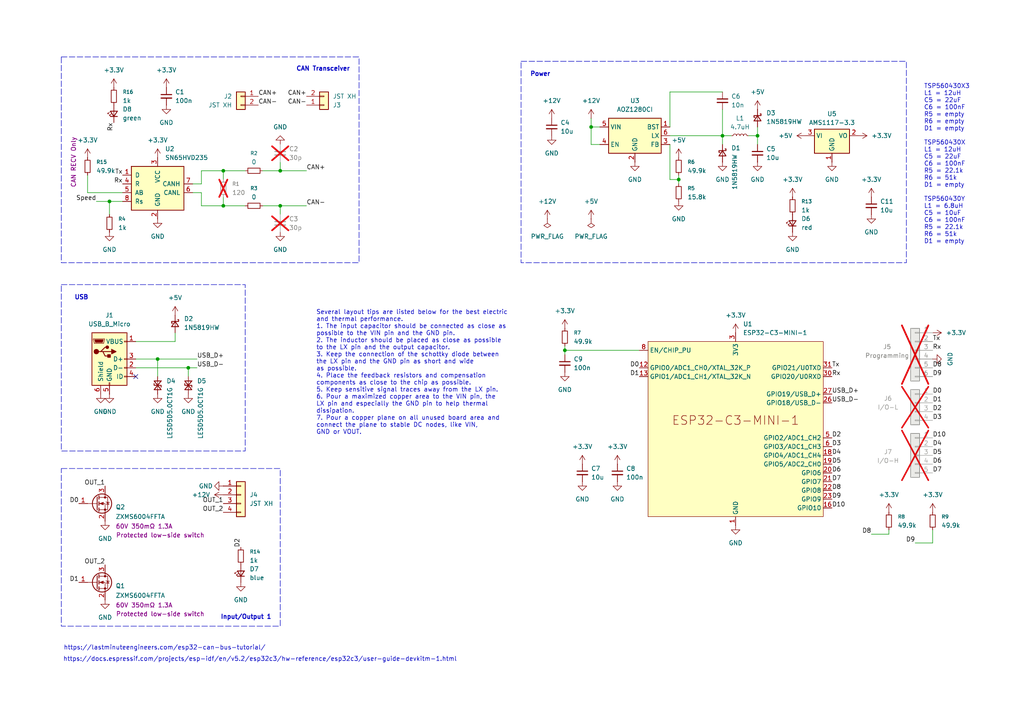
<source format=kicad_sch>
(kicad_sch (version 20250114) (generator "eeschema") (generator_version "9.0")
  (paper "A4")
  (lib_symbols
    (symbol "Connector:USB_B_Micro" (pin_names (offset 1.016))
      (property "Reference" "J" (at -5.08 11.43 0))
      (property "Value" "USB_B_Micro" (at -5.08 8.89 0))
      (symbol "USB_B_Micro_1_1"
        (pin passive line (at -2.54 -10.16 90) (length 2.54) (name "Shield") (number "6"))
        (pin power_out line (at 0 -10.16 90) (length 2.54) (name "GND") (number "5"))
        (pin power_out line (at 7.62 5.08 180) (length 2.54) (name "VBUS") (number "1"))
        (pin bidirectional line (at 7.62 0 180) (length 2.54) (name "D+") (number "3"))
        (pin bidirectional line (at 7.62 -2.54 180) (length 2.54) (name "D-") (number "2"))
        (pin passive line (at 7.62 -5.08 180) (length 2.54) (name "ID") (number "4"))
      )
    )
    (symbol "Connector_Generic:Conn_01x02" (pin_names (offset 1.016) (hide yes))
      (property "Reference" "J" (at 0 2.54 0))
      (property "Value" "Conn_01x02" (at 0 -5.08 0))
      (symbol "Conn_01x02_1_1"
        (pin passive line (at -5.08 0 0) (length 3.81) (name "Pin_1") (number "1"))
        (pin passive line (at -5.08 -2.54 0) (length 3.81) (name "Pin_2") (number "2"))
      )
    )
    (symbol "Connector_Generic:Conn_01x04" (pin_names (offset 1.016) (hide yes))
      (property "Reference" "J" (at 0 5.08 0))
      (property "Value" "Conn_01x04" (at 0 -7.62 0))
      (symbol "Conn_01x04_1_1"
        (pin passive line (at -5.08 2.54 0) (length 3.81) (name "Pin_1") (number "1"))
        (pin passive line (at -5.08 0 0) (length 3.81) (name "Pin_2") (number "2"))
        (pin passive line (at -5.08 -2.54 0) (length 3.81) (name "Pin_3") (number "3"))
        (pin passive line (at -5.08 -5.08 0) (length 3.81) (name "Pin_4") (number "4"))
      )
    )
    (symbol "Connector_Generic:Conn_01x05" (pin_names (offset 1.016) (hide yes))
      (property "Reference" "J" (at 0 7.62 0))
      (property "Value" "Conn_01x05" (at 0 -7.62 0))
      (symbol "Conn_01x05_1_1"
        (pin passive line (at -5.08 5.08 0) (length 3.81) (name "Pin_1") (number "1"))
        (pin passive line (at -5.08 2.54 0) (length 3.81) (name "Pin_2") (number "2"))
        (pin passive line (at -5.08 0 0) (length 3.81) (name "Pin_3") (number "3"))
        (pin passive line (at -5.08 -2.54 0) (length 3.81) (name "Pin_4") (number "4"))
        (pin passive line (at -5.08 -5.08 0) (length 3.81) (name "Pin_5") (number "5"))
      )
    )
    (symbol "Connector_Generic:Conn_01x06" (pin_names (offset 1.016) (hide yes))
      (property "Reference" "J" (at 0 7.62 0))
      (property "Value" "Conn_01x06" (at 0 -10.16 0))
      (symbol "Conn_01x06_1_1"
        (pin passive line (at -5.08 5.08 0) (length 3.81) (name "Pin_1") (number "1"))
        (pin passive line (at -5.08 2.54 0) (length 3.81) (name "Pin_2") (number "2"))
        (pin passive line (at -5.08 0 0) (length 3.81) (name "Pin_3") (number "3"))
        (pin passive line (at -5.08 -2.54 0) (length 3.81) (name "Pin_4") (number "4"))
        (pin passive line (at -5.08 -5.08 0) (length 3.81) (name "Pin_5") (number "5"))
        (pin passive line (at -5.08 -7.62 0) (length 3.81) (name "Pin_6") (number "6"))
      )
    )
    (symbol "Device:C_Small" (pin_numbers (hide yes)) (pin_names (offset 0.254) (hide yes))
      (property "Reference" "C" (at 0.254 1.778 0))
      (property "Value" "C_Small" (at 0.254 -2.032 0))
      (symbol "C_Small_1_1"
        (pin passive line (at 0 2.54 270) (length 2.032) (name "~") (number "1"))
        (pin passive line (at 0 -2.54 90) (length 2.032) (name "~") (number "2"))
      )
    )
    (symbol "Device:D_Schottky_Small" (pin_numbers (hide yes)) (pin_names (offset 0.254) (hide yes))
      (property "Reference" "D" (at -1.27 2.032 0))
      (property "Value" "D_Schottky_Small" (at -7.112 -2.032 0))
      (symbol "D_Schottky_Small_1_1"
        (pin passive line (at -2.54 0 0) (length 1.778) (name "K") (number "1"))
        (pin passive line (at 2.54 0 180) (length 1.778) (name "A") (number "2"))
      )
    )
    (symbol "Device:D_TVS_Small" (pin_numbers (hide yes)) (pin_names (offset 1.016) (hide yes))
      (property "Reference" "D" (at 0 2.54 0))
      (property "Value" "D_TVS_Small" (at 0 -2.54 0))
      (symbol "D_TVS_Small_1_1"
        (pin passive line (at -2.54 0 0) (length 1.27) (name "A1") (number "1"))
        (pin passive line (at 2.54 0 180) (length 1.27) (name "A2") (number "2"))
      )
    )
    (symbol "Device:LED_Small" (pin_numbers (hide yes)) (pin_names (offset 0.254) (hide yes))
      (property "Reference" "D" (at -1.27 3.175 0))
      (property "Value" "LED_Small" (at -4.445 -2.54 0))
      (symbol "LED_Small_1_1"
        (pin passive line (at -2.54 0 0) (length 1.778) (name "K") (number "1"))
        (pin passive line (at 2.54 0 180) (length 1.778) (name "A") (number "2"))
      )
    )
    (symbol "Device:L_Small" (pin_numbers (hide yes)) (pin_names (offset 0.254) (hide yes))
      (property "Reference" "L" (at 0.762 1.016 0))
      (property "Value" "L_Small" (at 0.762 -1.016 0))
      (symbol "L_Small_1_1"
        (pin passive line (at 0 2.54 270) (length 0.508) (name "~") (number "1"))
        (pin passive line (at 0 -2.54 90) (length 0.508) (name "~") (number "2"))
      )
    )
    (symbol "Device:R_Small" (pin_numbers (hide yes)) (pin_names (offset 0.254) (hide yes))
      (property "Reference" "R" (at 0 0 90))
      (property "Value" "R_Small" (at 1.778 0 90))
      (symbol "R_Small_1_1"
        (pin passive line (at 0 2.54 270) (length 0.762) (name "~") (number "1"))
        (pin passive line (at 0 -2.54 90) (length 0.762) (name "~") (number "2"))
      )
    )
    (symbol "Interface_CAN_LIN:SN65HVD235" (pin_names (offset 1.016))
      (property "Reference" "U" (at -2.54 10.16 0))
      (property "Value" "SN65HVD235" (at -2.54 7.62 0))
      (symbol "SN65HVD235_1_1"
        (pin input line (at -10.16 2.54 0) (length 2.54) (name "D") (number "1"))
        (pin output line (at -10.16 0 0) (length 2.54) (name "R") (number "4"))
        (pin input line (at -10.16 -2.54 0) (length 2.54) (name "AB") (number "5"))
        (pin input line (at -10.16 -5.08 0) (length 2.54) (name "Rs") (number "8"))
        (pin power_in line (at 0 7.62 270) (length 2.54) (name "VCC") (number "3"))
        (pin power_in line (at 0 -10.16 90) (length 2.54) (name "GND") (number "2"))
        (pin bidirectional line (at 10.16 0 180) (length 2.54) (name "CANH") (number "7"))
        (pin bidirectional line (at 10.16 -2.54 180) (length 2.54) (name "CANL") (number "6"))
      )
    )
    (symbol "PCM_Espressif:ESP32-C3-MINI-1"
      (property "Reference" "U" (at -25.4 30.48 0))
      (property "Value" "ESP32-C3-MINI-1" (at -25.4 27.94 0))
      (symbol "ESP32-C3-MINI-1_0_0"
        (text "ESP32-C3-MINI-1" (at 0 2.54 0) (effects (font (size 2.54 2.54))))
      )
      (symbol "ESP32-C3-MINI-1_1_1"
        (pin input line (at -27.94 22.86 0) (length 2.54) (name "EN/CHIP_PU") (number "8"))
        (pin bidirectional line (at -27.94 17.78 0) (length 2.54) (name "GPIO0/ADC1_CH0/XTAL_32K_P") (number "12"))
        (pin bidirectional line (at -27.94 15.24 0) (length 2.54) (name "GPIO1/ADC1_CH1/XTAL_32K_N") (number "13"))
        (pin no_connect line (at -25.4 10.16 0) (length 2.54) (hide yes) (name "NC") (number "4"))
        (pin no_connect line (at -25.4 7.62 0) (length 2.54) (hide yes) (name "NC") (number "7"))
        (pin no_connect line (at -25.4 5.08 0) (length 2.54) (hide yes) (name "NC") (number "9"))
        (pin no_connect line (at -25.4 2.54 0) (length 2.54) (hide yes) (name "NC") (number "10"))
        (pin no_connect line (at -25.4 0 0) (length 2.54) (hide yes) (name "NC") (number "15"))
        (pin no_connect line (at -25.4 -2.54 0) (length 2.54) (hide yes) (name "NC") (number "17"))
        (pin no_connect line (at -25.4 -5.08 0) (length 2.54) (hide yes) (name "NC") (number "24"))
        (pin no_connect line (at -25.4 -7.62 0) (length 2.54) (hide yes) (name "NC") (number "25"))
        (pin no_connect line (at -25.4 -10.16 0) (length 2.54) (hide yes) (name "NC") (number "28"))
        (pin no_connect line (at -25.4 -12.7 0) (length 2.54) (hide yes) (name "NC") (number "29"))
        (pin no_connect line (at -25.4 -15.24 0) (length 2.54) (hide yes) (name "NC") (number "32"))
        (pin no_connect line (at -25.4 -17.78 0) (length 2.54) (hide yes) (name "NC") (number "33"))
        (pin no_connect line (at -25.4 -20.32 0) (length 2.54) (hide yes) (name "NC") (number "34"))
        (pin no_connect line (at -25.4 -22.86 0) (length 2.54) (hide yes) (name "NC") (number "35"))
        (pin power_in line (at 0 27.94 270) (length 2.54) (name "3V3") (number "3"))
        (pin power_in line (at 0 -27.94 90) (length 2.54) (name "GND") (number "1"))
        (pin passive line (at 0 -27.94 90) (length 2.54) (hide yes) (name "GND") (number "11"))
        (pin passive line (at 0 -27.94 90) (length 2.54) (hide yes) (name "GND") (number "14"))
        (pin passive line (at 0 -27.94 90) (length 2.54) (hide yes) (name "GND") (number "2"))
        (pin passive line (at 0 -27.94 90) (length 2.54) (hide yes) (name "GND") (number "36"))
        (pin passive line (at 0 -27.94 90) (length 2.54) (hide yes) (name "GND") (number "37"))
        (pin passive line (at 0 -27.94 90) (length 2.54) (hide yes) (name "GND") (number "38"))
        (pin passive line (at 0 -27.94 90) (length 2.54) (hide yes) (name "GND") (number "39"))
        (pin passive line (at 0 -27.94 90) (length 2.54) (hide yes) (name "GND") (number "40"))
        (pin passive line (at 0 -27.94 90) (length 2.54) (hide yes) (name "GND") (number "41"))
        (pin passive line (at 0 -27.94 90) (length 2.54) (hide yes) (name "GND") (number "42"))
        (pin passive line (at 0 -27.94 90) (length 2.54) (hide yes) (name "GND") (number "43"))
        (pin passive line (at 0 -27.94 90) (length 2.54) (hide yes) (name "GND") (number "44"))
        (pin passive line (at 0 -27.94 90) (length 2.54) (hide yes) (name "GND") (number "45"))
        (pin passive line (at 0 -27.94 90) (length 2.54) (hide yes) (name "GND") (number "46"))
        (pin passive line (at 0 -27.94 90) (length 2.54) (hide yes) (name "GND") (number "47"))
        (pin passive line (at 0 -27.94 90) (length 2.54) (hide yes) (name "GND") (number "48"))
        (pin passive line (at 0 -27.94 90) (length 2.54) (hide yes) (name "GND") (number "49"))
        (pin passive line (at 0 -27.94 90) (length 2.54) (hide yes) (name "GND") (number "50"))
        (pin passive line (at 0 -27.94 90) (length 2.54) (hide yes) (name "GND") (number "51"))
        (pin passive line (at 0 -27.94 90) (length 2.54) (hide yes) (name "GND") (number "52"))
        (pin passive line (at 0 -27.94 90) (length 2.54) (hide yes) (name "GND") (number "53"))
        (pin bidirectional line (at 27.94 17.78 180) (length 2.54) (name "GPIO21/U0TXD") (number "31"))
        (pin bidirectional line (at 27.94 15.24 180) (length 2.54) (name "GPIO20/U0RXD") (number "30"))
        (pin bidirectional line (at 27.94 10.16 180) (length 2.54) (name "GPIO19/USB_D+") (number "27"))
        (pin bidirectional line (at 27.94 7.62 180) (length 2.54) (name "GPIO18/USB_D-") (number "26"))
        (pin bidirectional line (at 27.94 -2.54 180) (length 2.54) (name "GPIO2/ADC1_CH2") (number "5"))
        (pin bidirectional line (at 27.94 -5.08 180) (length 2.54) (name "GPIO3/ADC1_CH3") (number "6"))
        (pin bidirectional line (at 27.94 -7.62 180) (length 2.54) (name "GPIO4/ADC1_CH4") (number "18"))
        (pin bidirectional line (at 27.94 -10.16 180) (length 2.54) (name "GPIO5/ADC2_CH0") (number "19"))
        (pin bidirectional line (at 27.94 -12.7 180) (length 2.54) (name "GPIO6") (number "20"))
        (pin bidirectional line (at 27.94 -15.24 180) (length 2.54) (name "GPIO7") (number "21"))
        (pin bidirectional line (at 27.94 -17.78 180) (length 2.54) (name "GPIO8") (number "22"))
        (pin bidirectional line (at 27.94 -20.32 180) (length 2.54) (name "GPIO9") (number "23"))
        (pin bidirectional line (at 27.94 -22.86 180) (length 2.54) (name "GPIO10") (number "16"))
      )
    )
    (symbol "Regulator_Linear:AMS1117-3.3"
      (property "Reference" "U" (at -3.81 3.175 0))
      (property "Value" "AMS1117-3.3" (at 0 3.175 0))
      (symbol "AMS1117-3.3_1_1"
        (pin power_in line (at -7.62 0 0) (length 2.54) (name "VI") (number "3"))
        (pin power_in line (at 0 -7.62 90) (length 2.54) (name "GND") (number "1"))
        (pin power_out line (at 7.62 0 180) (length 2.54) (name "VO") (number "2"))
      )
    )
    (symbol "Regulator_Switching:AOZ1280CI"
      (property "Reference" "U" (at -6.35 -6.35 0))
      (property "Value" "AOZ1280CI" (at -2.54 6.35 0))
      (symbol "AOZ1280CI_1_1"
        (pin power_in line (at -10.16 2.54 0) (length 2.54) (name "VIN") (number "5"))
        (pin input line (at -10.16 -2.54 0) (length 2.54) (name "EN") (number "4"))
        (pin power_in line (at 0 -7.62 90) (length 2.54) (name "GND") (number "2"))
        (pin input line (at 10.16 2.54 180) (length 2.54) (name "BST") (number "1"))
        (pin power_out line (at 10.16 0 180) (length 2.54) (name "LX") (number "6"))
        (pin input line (at 10.16 -2.54 180) (length 2.54) (name "FB") (number "3"))
      )
    )
    (symbol "Transistor_FET:ZXM61N02F" (pin_names (hide yes))
      (property "Reference" "Q" (at 5.08 1.905 0))
      (property "Value" "ZXM61N02F" (at 5.08 0 0))
      (symbol "ZXM61N02F_1_1"
        (pin input line (at -5.08 0 0) (length 2.54) (name "G") (number "1"))
        (pin passive line (at 2.54 5.08 270) (length 2.54) (name "D") (number "3"))
        (pin passive line (at 2.54 -5.08 90) (length 2.54) (name "S") (number "2"))
      )
    )
    (symbol "power:+12V" (power) (pin_numbers (hide yes)) (pin_names (offset 0) (hide yes))
      (property "Value" "+12V" (at 0 3.556 0))
      (symbol "+12V_1_1"
        (pin power_in line (at 0 0 90) (length 0) (name "~") (number "1"))
      )
    )
    (symbol "power:+3.3V" (power) (pin_numbers (hide yes)) (pin_names (offset 0) (hide yes))
      (property "Value" "+3.3V" (at 0 3.556 0))
      (symbol "+3.3V_1_1"
        (pin power_in line (at 0 0 90) (length 0) (name "~") (number "1"))
      )
    )
    (symbol "power:+5V" (power) (pin_numbers (hide yes)) (pin_names (offset 0) (hide yes))
      (property "Value" "+5V" (at 0 3.556 0))
      (symbol "+5V_1_1"
        (pin power_in line (at 0 0 90) (length 0) (name "~") (number "1"))
      )
    )
    (symbol "power:GND" (power) (pin_numbers (hide yes)) (pin_names (offset 0) (hide yes))
      (property "Value" "GND" (at 0 -3.81 0))
      (symbol "GND_1_1"
        (pin power_in line (at 0 0 270) (length 0) (name "~") (number "1"))
      )
    )
    (symbol "power:PWR_FLAG" (power) (pin_numbers (hide yes)) (pin_names (offset 0) (hide yes))
      (property "Value" "PWR_FLAG" (at 0 3.81 0))
      (symbol "PWR_FLAG_0_0"
        (pin power_out line (at 0 0 90) (length 0) (name "~") (number "1"))
      )
    )
  )
  (rectangle (start 17.78 135.89) (end 81.28 181.61) (stroke (width 0) (type dash)))
  (rectangle (start 151.13 17.78) (end 262.89 76.2) (stroke (width 0) (type dash)))
  (rectangle (start 17.78 82.55) (end 71.12 130.81) (stroke (width 0) (type dash)))
  (rectangle (start 17.78 16.51) (end 104.14 76.2) (stroke (width 0) (type dash)))
  (text "CAN Transceiver" (at 93.726 20.066 0) (effects (font (size 1.27 1.27) (thickness 0.254) (bold yes))))
  (text "https://docs.espressif.com/projects/esp-idf/en/v5.2/esp32c3/hw-reference/esp32c3/user-guide-devkitm-1.html" (at 75.438 191.262 0) (effects (font (size 1.27 1.27))))
  (text "Power" (at 156.718 21.59 0) (effects (font (size 1.27 1.27) (thickness 0.254) (bold yes))))
  (text "Input/Output 1" (at 71.374 179.07 0) (effects (font (size 1.27 1.27) (thickness 0.254) (bold yes))))
  (text "USB" (at 23.622 86.36 0) (effects (font (size 1.27 1.27) (thickness 0.254) (bold yes))))
  (text "https://lastminuteengineers.com/esp32-can-bus-tutorial/" (at 47.752 187.96 0) (effects (font (size 1.27 1.27))))
  (text "TSP560430X3\nL1 = 12uH\nC5 = 22uF\nC6 = 100nF\nR5 = empty\nR6 = empty\nD1 = empty\n\nTSP560430X\nL1 = 12uH\nC5 = 22uF\nC6 = 100nF\nR5 = 22.1k\nR6 = 51k\nD1 = empty\n\nTSP560430Y\nL1 = 6.8uH\nC5 = 10uF\nC6 = 100nF\nR5 = 22.1k\nR6 = 51k\nD1 = empty\n\n\n\n" (at 267.97 24.384 0) (effects (font (size 1.27 1.27)) (justify left top)))
  (text "Several layout tips are listed below for the best electric\nand thermal performance.\n1. The input capacitor should be connected as close as\npossible to the VIN pin and the GND pin.\n2. The inductor should be placed as close as possible\nto the LX pin and the output capacitor.\n3. Keep the connection of the schottky diode between\nthe LX pin and the GND pin as short and wide\nas possible.\n4. Place the feedback resistors and compensation\ncomponents as close to the chip as possible.\n5. Keep sensitive signal traces away from the LX pin.\n6. Pour a maximized copper area to the VIN pin, the\nLX pin and especially the GND pin to help thermal\ndissipation.\n7. Pour a copper plane on all unused board area and\nconnect the plane to stable DC nodes, like VIN,\nGND or VOUT. " (at 91.694 89.916 0) (effects (font (size 1.27 1.27)) (justify left top)))
  (junction (at 81.28 49.53))
  (junction (at 196.85 52.07))
  (junction (at 171.45 36.83))
  (junction (at 64.77 49.53))
  (junction (at 219.71 39.37))
  (junction (at 45.72 104.14))
  (junction (at 31.75 58.42))
  (junction (at 209.55 39.37))
  (junction (at 81.28 59.69))
  (junction (at 163.83 101.6))
  (junction (at 54.61 106.68))
  (junction (at 64.77 59.69))
  (no_connect (at 39.37 109.22))
  (wire (pts (xy 39.37 99.06) (xy 50.8 99.06)))
  (wire (pts (xy 35.56 58.42) (xy 31.75 58.42)))
  (wire (pts (xy 81.28 59.69) (xy 88.9 59.69)))
  (wire (pts (xy 25.4 55.88) (xy 35.56 55.88)))
  (wire (pts (xy 194.31 41.91) (xy 194.31 52.07)))
  (wire (pts (xy 173.99 41.91) (xy 171.45 41.91)))
  (wire (pts (xy 209.55 31.75) (xy 209.55 39.37)))
  (wire (pts (xy 55.88 53.34) (xy 58.42 53.34)))
  (wire (pts (xy 45.72 104.14) (xy 57.15 104.14)))
  (wire (pts (xy 194.31 26.67) (xy 194.31 36.83)))
  (wire (pts (xy 39.37 104.14) (xy 45.72 104.14)))
  (wire (pts (xy 76.2 59.69) (xy 81.28 59.69)))
  (wire (pts (xy 217.17 39.37) (xy 219.71 39.37)))
  (wire (pts (xy 257.81 153.67) (xy 257.81 154.94)))
  (wire (pts (xy 171.45 41.91) (xy 171.45 36.83)))
  (wire (pts (xy 81.28 49.53) (xy 88.9 49.53)))
  (wire (pts (xy 163.83 101.6) (xy 185.42 101.6)))
  (wire (pts (xy 58.42 59.69) (xy 64.77 59.69)))
  (wire (pts (xy 54.61 106.68) (xy 57.15 106.68)))
  (wire (pts (xy 196.85 52.07) (xy 196.85 50.8)))
  (wire (pts (xy 252.73 154.94) (xy 257.81 154.94)))
  (wire (pts (xy 55.88 55.88) (xy 58.42 55.88)))
  (wire (pts (xy 64.77 49.53) (xy 64.77 52.07)))
  (wire (pts (xy 209.55 39.37) (xy 212.09 39.37)))
  (wire (pts (xy 171.45 36.83) (xy 173.99 36.83)))
  (wire (pts (xy 25.4 50.8) (xy 25.4 55.88)))
  (wire (pts (xy 219.71 39.37) (xy 219.71 41.91)))
  (wire (pts (xy 76.2 49.53) (xy 81.28 49.53)))
  (wire (pts (xy 219.71 36.83) (xy 219.71 39.37)))
  (wire (pts (xy 209.55 26.67) (xy 194.31 26.67)))
  (wire (pts (xy 196.85 52.07) (xy 196.85 53.34)))
  (wire (pts (xy 27.94 58.42) (xy 31.75 58.42)))
  (wire (pts (xy 39.37 106.68) (xy 54.61 106.68)))
  (wire (pts (xy 54.61 106.68) (xy 54.61 109.22)))
  (wire (pts (xy 50.8 99.06) (xy 50.8 96.52)))
  (wire (pts (xy 58.42 55.88) (xy 58.42 59.69)))
  (wire (pts (xy 163.83 101.6) (xy 163.83 102.87)))
  (wire (pts (xy 81.28 59.69) (xy 81.28 62.23)))
  (wire (pts (xy 64.77 59.69) (xy 71.12 59.69)))
  (wire (pts (xy 58.42 49.53) (xy 64.77 49.53)))
  (wire (pts (xy 58.42 53.34) (xy 58.42 49.53)))
  (wire (pts (xy 163.83 100.33) (xy 163.83 101.6)))
  (wire (pts (xy 64.77 57.15) (xy 64.77 59.69)))
  (wire (pts (xy 171.45 34.29) (xy 171.45 36.83)))
  (wire (pts (xy 194.31 39.37) (xy 209.55 39.37)))
  (wire (pts (xy 31.75 58.42) (xy 31.75 62.23)))
  (wire (pts (xy 270.51 153.67) (xy 270.51 157.48)))
  (wire (pts (xy 64.77 49.53) (xy 71.12 49.53)))
  (wire (pts (xy 81.28 46.99) (xy 81.28 49.53)))
  (wire (pts (xy 265.43 157.48) (xy 270.51 157.48)))
  (wire (pts (xy 194.31 52.07) (xy 196.85 52.07)))
  (wire (pts (xy 209.55 39.37) (xy 209.55 41.91)))
  (wire (pts (xy 45.72 104.14) (xy 45.72 109.22)))
  (label "Tx" (at 270.51 99.06 0))
  (label "D1" (at 185.42 109.22 180))
  (label "D5" (at 270.51 132.08 0))
  (label "D6" (at 241.3 137.16 0))
  (label "D8" (at 270.51 106.68 0))
  (label "D4" (at 241.3 132.08 0))
  (label "CAN+" (at 88.9 49.53 0))
  (label "D4" (at 270.51 129.54 0))
  (label "Speed" (at 27.94 58.42 180))
  (label "CAN+" (at 74.93 27.94 0))
  (label "D9" (at 265.43 157.48 180))
  (label "Rx" (at 33.02 35.56 270))
  (label "D1" (at 22.86 168.91 180))
  (label "USB_D+" (at 57.15 104.14 0))
  (label "D2" (at 270.51 119.38 0))
  (label "USB_D-" (at 241.3 116.84 0))
  (label "D7" (at 270.51 137.16 0))
  (label "D0" (at 22.86 146.05 180))
  (label "D2" (at 241.3 127 0))
  (label "D2" (at 69.85 158.75 90))
  (label "D6" (at 270.51 134.62 0))
  (label "CAN+" (at 88.9 27.94 180))
  (label "D1" (at 270.51 116.84 0))
  (label "D0" (at 270.51 114.3 0))
  (label "D7" (at 241.3 139.7 0))
  (label "D9" (at 270.51 109.22 0))
  (label "OUT_1" (at 64.77 146.05 180))
  (label "D8" (at 252.73 154.94 180))
  (label "Rx" (at 241.3 109.22 0))
  (label "CAN-" (at 74.93 30.48 0))
  (label "Tx" (at 35.56 50.8 180))
  (label "Rx" (at 35.56 53.34 180))
  (label "D3" (at 241.3 129.54 0))
  (label "D8" (at 241.3 142.24 0))
  (label "D9" (at 241.3 144.78 0))
  (label "USB_D-" (at 57.15 106.68 0))
  (label "Tx" (at 241.3 106.68 0))
  (label "CAN-" (at 88.9 59.69 0))
  (label "Rx" (at 270.51 101.6 0))
  (label "D5" (at 241.3 134.62 0))
  (label "CAN-" (at 88.9 30.48 180))
  (label "OUT_2" (at 64.77 148.59 180))
  (label "D10" (at 241.3 147.32 0))
  (label "D3" (at 270.51 121.92 0))
  (label "OUT_1" (at 30.48 140.97 180))
  (label "USB_D+" (at 241.3 114.3 0))
  (label "OUT_2" (at 30.48 163.83 180))
  (label "D10" (at 270.51 127 0))
  (label "D0" (at 185.42 106.68 180))
  (symbol (lib_id "Device:R_Small") (at 270.51 151.13 180) (unit 1)
    (property "Reference" "R9" (at 273.05 149.8599 0) (effects (font (size 1.016 1.016)) (justify right)))
    (property "Value" "49.9k" (at 273.05 152.3999 0) (effects (justify right)))
    (property "Footprint" "Resistor_SMD:R_0603_1608Metric" (effects (hide yes)))
    (property "Description" "Resistor, small symbol" (effects (hide yes)))
  )
  (symbol (lib_id "power:+3.3V") (at 257.81 148.59 0) (unit 1)
    (property "Reference" "#PWR031" (effects (hide yes)))
    (property "Value" "+3.3V" (at 257.81 143.51 0))
    (property "Description" "Power symbol creates a global label with name \"+3.3V\"" (effects (hide yes)))
  )
  (symbol (lib_id "power:GND") (at 81.28 67.31 0) (mirror y) (unit 1)
    (property "Reference" "#PWR07" (effects (hide yes)))
    (property "Value" "GND" (at 81.28 72.39 0))
    (property "Description" "Power symbol creates a global label with name \"GND\" , ground" (effects (hide yes)))
  )
  (symbol (lib_id "power:GND") (at 229.87 67.31 0) (mirror y) (unit 1)
    (property "Reference" "#PWR045" (effects (hide yes)))
    (property "Value" "GND" (at 229.87 72.39 0))
    (property "Description" "Power symbol creates a global label with name \"GND\" , ground" (effects (hide yes)))
  )
  (symbol (lib_id "Device:R_Small") (at 64.77 54.61 0) (unit 1) (dnp yes)
    (property "Reference" "R1" (at 67.31 53.3399 0) (effects (font (size 1.016 1.016)) (justify left)))
    (property "Value" "120" (at 67.31 55.8799 0) (effects (justify left)))
    (property "Footprint" "Resistor_SMD:R_0603_1608Metric" (effects (hide yes)))
    (property "Description" "Resistor, small symbol" (effects (hide yes)))
    (property "Mount" "No" (effects (hide yes)))
  )
  (symbol (lib_id "Device:D_Schottky_Small") (at 219.71 34.29 270) (unit 1)
    (property "Reference" "D3" (at 222.25 32.7659 90) (effects (justify left)))
    (property "Value" "1N5819HW" (at 222.25 35.3059 90) (effects (justify left)))
    (property "Footprint" "Diode_SMD:D_SOD-123" (effects (hide yes)))
    (property "Description" "Schottky diode, small symbol" (effects (hide yes)))
    (property "LCSC" "https://www.lcsc.com/product-detail/Schottky-Diodes_Diodes-Incorporated-1N5819HW-7-F_C82544.html?s_z=n_1n5819" (effects (hide yes)))
  )
  (symbol (lib_id "power:GND") (at 45.72 63.5 0) (mirror y) (unit 1)
    (property "Reference" "#PWR02" (effects (hide yes)))
    (property "Value" "GND" (at 45.72 68.58 0))
    (property "Description" "Power symbol creates a global label with name \"GND\" , ground" (effects (hide yes)))
  )
  (symbol (lib_id "Transistor_FET:ZXM61N02F") (at 27.94 168.91 0) (unit 1)
    (property "Reference" "Q1" (at 33.528 169.926 0) (effects (justify left)))
    (property "Value" "ZXMS6004FFTA" (at 33.528 172.72 0) (effects (justify left)))
    (property "Footprint" "Package_TO_SOT_SMD:SOT-23" (effects (hide yes)))
    (property "Datasheet" "https://www.lcsc.com/datasheet/lcsc_datasheet_2412251154_Diodes-Incorporated-ZXMS6004FFTA_C95063.pdf" (effects (hide yes)))
    (property "Description" "60V 350mΩ 1.3A" (at 33.528 175.514 0) (effects (justify left)))
    (property "LCSC" "https://lcsc.com/product-detail/Power-Distribution-Switches_Diodes-Incorporated-ZXMS6004FFTA_C95063.html?s_z=n_zxms6004" (effects (hide yes)))
    (property "Description 2" "Protected low-side switch" (at 46.482 178.054 0))
  )
  (symbol (lib_id "power:+12V") (at 160.02 34.29 0) (unit 1)
    (property "Reference" "#PWR013" (effects (hide yes)))
    (property "Value" "+12V" (at 160.02 29.21 0))
    (property "Description" "Power symbol creates a global label with name \"+12V\"" (effects (hide yes)))
  )
  (symbol (lib_id "power:GND") (at 241.3 46.99 0) (mirror y) (unit 1)
    (property "Reference" "#PWR048" (effects (hide yes)))
    (property "Value" "GND" (at 241.3 52.07 0))
    (property "Description" "Power symbol creates a global label with name \"GND\" , ground" (effects (hide yes)))
  )
  (symbol (lib_id "PCM_Espressif:ESP32-C3-MINI-1") (at 213.36 124.46 0) (unit 1)
    (property "Reference" "U1" (at 215.5033 93.98 0) (effects (justify left)))
    (property "Value" "ESP32-C3-MINI-1" (at 215.5033 96.52 0) (effects (justify left)))
    (property "Footprint" "PCM_Espressif:ESP32-C3-MINI-1" (effects (hide yes)))
    (property "Datasheet" "https://www.espressif.com/sites/default/files/documentation/esp32-c3-mini-1_datasheet_en.pdf" (effects (hide yes)))
    (property "Description" "ESP32-C3-MINI-1 family is an ultra-low-power MCU-based SoC solution that supports 2.4 GHz Wi-Fi and Bluetooth®Low Energy (Bluetooth LE)." (effects (hide yes)))
    (property "LCSC" "https://www.lcsc.com/product-detail/WiFi-Modules_Espressif-Systems-ESP32-C3-MINI-1-H4_C2934569.html?s_z=n_esp32-c3-mini-1" (effects (hide yes)))
    (property "LCSC-2" "https://www.lcsc.com/product-detail/RF-Modules_Espressif-Systems-ESP32-C3-MINI-1-N4_C2838502.html?s_z=n_esp32-c3-mini-1" (effects (hide yes)))
  )
  (symbol (lib_id "power:+3.3V") (at 179.07 134.62 0) (unit 1)
    (property "Reference" "#PWR027" (effects (hide yes)))
    (property "Value" "+3.3V" (at 179.07 129.54 0))
    (property "Description" "Power symbol creates a global label with name \"+3.3V\"" (effects (hide yes)))
  )
  (symbol (lib_id "Device:C_Small") (at 48.26 27.94 0) (unit 1)
    (property "Reference" "C1" (at 50.8 26.6762 0) (effects (justify left)))
    (property "Value" "100n" (at 50.8 29.2162 0) (effects (justify left)))
    (property "Footprint" "Capacitor_SMD:C_0603_1608Metric" (effects (hide yes)))
    (property "Description" "Unpolarized capacitor, small symbol" (effects (hide yes)))
  )
  (symbol (lib_id "power:+3.3V") (at 163.83 95.25 0) (unit 1)
    (property "Reference" "#PWR029" (effects (hide yes)))
    (property "Value" "+3.3V" (at 163.83 90.17 0))
    (property "Description" "Power symbol creates a global label with name \"+3.3V\"" (effects (hide yes)))
  )
  (symbol (lib_id "power:GND") (at 30.48 173.99 0) (mirror y) (unit 1)
    (property "Reference" "#PWR042" (effects (hide yes)))
    (property "Value" "GND" (at 30.48 179.07 0))
    (property "Description" "Power symbol creates a global label with name \"GND\" , ground" (effects (hide yes)))
  )
  (symbol (lib_id "power:+3.3V") (at 252.73 57.15 0) (unit 1)
    (property "Reference" "#PWR051" (effects (hide yes)))
    (property "Value" "+3.3V" (at 252.73 52.07 0))
    (property "Description" "Power symbol creates a global label with name \"+3.3V\"" (effects (hide yes)))
  )
  (symbol (lib_id "power:+5V") (at 171.45 63.5 0) (unit 1)
    (property "Reference" "#PWR037" (effects (hide yes)))
    (property "Value" "+5V" (at 171.45 58.42 0))
    (property "Description" "Power symbol creates a global label with name \"+5V\"" (effects (hide yes)))
  )
  (symbol (lib_id "power:+3.3V") (at 33.02 25.4 0) (unit 1)
    (property "Reference" "#PWR054" (effects (hide yes)))
    (property "Value" "+3.3V" (at 33.02 20.32 0))
    (property "Description" "Power symbol creates a global label with name \"+3.3V\"" (effects (hide yes)))
  )
  (symbol (lib_id "power:GND") (at 213.36 152.4 0) (mirror y) (unit 1)
    (property "Reference" "#PWR03" (effects (hide yes)))
    (property "Value" "GND" (at 213.36 157.48 0))
    (property "Description" "Power symbol creates a global label with name \"GND\" , ground" (effects (hide yes)))
  )
  (symbol (lib_id "Connector:USB_B_Micro") (at 31.75 104.14 0) (unit 1)
    (property "Reference" "J1" (at 31.75 91.44 0))
    (property "Value" "USB_B_Micro" (at 31.75 93.98 0))
    (property "Footprint" "Connector_USB:USB_Micro-B_Molex-105017-0001" (effects (hide yes)))
    (property "Description" "USB Micro Type B connector" (effects (hide yes)))
  )
  (symbol (lib_id "power:+5V") (at 219.71 31.75 0) (unit 1)
    (property "Reference" "#PWR022" (effects (hide yes)))
    (property "Value" "+5V" (at 219.71 26.67 0))
    (property "Description" "Power symbol creates a global label with name \"+5V\"" (effects (hide yes)))
  )
  (symbol (lib_id "power:GND") (at 184.15 46.99 0) (mirror y) (unit 1)
    (property "Reference" "#PWR010" (effects (hide yes)))
    (property "Value" "GND" (at 184.15 52.07 0))
    (property "Description" "Power symbol creates a global label with name \"GND\" , ground" (effects (hide yes)))
  )
  (symbol (lib_id "Device:D_Schottky_Small") (at 209.55 44.45 270) (unit 1)
    (property "Reference" "D1" (at 212.09 42.9259 90) (effects (justify left)))
    (property "Value" "1N5819HW" (at 213.106 44.704 0) (effects (justify left)))
    (property "Footprint" "Diode_SMD:D_SOD-123" (effects (hide yes)))
    (property "Description" "Schottky diode, small symbol" (effects (hide yes)))
    (property "LCSC" "https://www.lcsc.com/product-detail/Schottky-Diodes_Diodes-Incorporated-1N5819HW-7-F_C82544.html?s_z=n_1n5819" (effects (hide yes)))
  )
  (symbol (lib_id "power:+12V") (at 64.77 143.51 90) (unit 1)
    (property "Reference" "#PWR039" (effects (hide yes)))
    (property "Value" "+12V" (at 60.96 143.5099 90) (effects (justify left)))
    (property "Description" "Power symbol creates a global label with name \"+12V\"" (effects (hide yes)))
  )
  (symbol (lib_id "power:GND") (at 45.72 114.3 0) (mirror y) (unit 1)
    (property "Reference" "#PWR023" (effects (hide yes)))
    (property "Value" "GND" (at 45.72 119.38 0))
    (property "Description" "Power symbol creates a global label with name \"GND\" , ground" (effects (hide yes)))
  )
  (symbol (lib_id "Device:LED_Small") (at 229.87 64.77 90) (unit 1)
    (property "Reference" "D6" (at 232.41 63.4364 90) (effects (justify right)))
    (property "Value" "red" (at 232.41 65.9764 90) (effects (justify right)))
    (property "Footprint" "LED_SMD:LED_0603_1608Metric" (effects (hide yes)))
    (property "Description" "Light emitting diode, small symbol" (effects (hide yes)))
    (property "Sim.Pin" "1=K 2=A" (effects (hide yes)))
  )
  (symbol (lib_id "Device:C_Small") (at 81.28 44.45 0) (unit 1) (dnp yes)
    (property "Reference" "C2" (at 83.82 43.1862 0) (effects (justify left)))
    (property "Value" "30p" (at 83.82 45.7262 0) (effects (justify left)))
    (property "Footprint" "Capacitor_SMD:C_0402_1005Metric" (effects (hide yes)))
    (property "Description" "Unpolarized capacitor, small symbol" (effects (hide yes)))
    (property "Mount" "No" (effects (hide yes)))
  )
  (symbol (lib_id "Device:R_Small") (at 196.85 48.26 180) (unit 1)
    (property "Reference" "R6" (at 199.39 46.9899 0) (effects (font (size 1.016 1.016)) (justify right)))
    (property "Value" "49.9k" (at 199.39 49.5299 0) (effects (justify right)))
    (property "Footprint" "Resistor_SMD:R_0603_1608Metric" (effects (hide yes)))
    (property "Description" "Resistor, small symbol" (effects (hide yes)))
  )
  (symbol (lib_id "power:GND") (at 196.85 58.42 0) (mirror y) (unit 1)
    (property "Reference" "#PWR017" (effects (hide yes)))
    (property "Value" "GND" (at 196.85 63.5 0))
    (property "Description" "Power symbol creates a global label with name \"GND\" , ground" (effects (hide yes)))
  )
  (symbol (lib_id "power:+12V") (at 158.75 63.5 0) (unit 1)
    (property "Reference" "#PWR047" (effects (hide yes)))
    (property "Value" "+12V" (at 158.75 58.42 0))
    (property "Description" "Power symbol creates a global label with name \"+12V\"" (effects (hide yes)))
  )
  (symbol (lib_id "power:GND") (at 209.55 46.99 0) (mirror y) (unit 1)
    (property "Reference" "#PWR018" (effects (hide yes)))
    (property "Value" "GND" (at 209.55 52.07 0))
    (property "Description" "Power symbol creates a global label with name \"GND\" , ground" (effects (hide yes)))
  )
  (symbol (lib_id "power:GND") (at 270.51 104.14 90) (mirror x) (unit 1)
    (property "Reference" "#PWR044" (effects (hide yes)))
    (property "Value" "GND" (at 275.59 104.14 0))
    (property "Description" "Power symbol creates a global label with name \"GND\" , ground" (effects (hide yes)))
  )
  (symbol (lib_id "power:+3.3V") (at 229.87 57.15 0) (unit 1)
    (property "Reference" "#PWR053" (effects (hide yes)))
    (property "Value" "+3.3V" (at 229.87 52.07 0))
    (property "Description" "Power symbol creates a global label with name \"+3.3V\"" (effects (hide yes)))
  )
  (symbol (lib_id "Device:C_Small") (at 163.83 105.41 0) (unit 1)
    (property "Reference" "C9" (at 166.37 104.1462 0) (effects (justify left)))
    (property "Value" "100n" (at 166.37 106.6862 0) (effects (justify left)))
    (property "Footprint" "Capacitor_SMD:C_0402_1005Metric" (effects (hide yes)))
    (property "Description" "Unpolarized capacitor, small symbol" (effects (hide yes)))
  )
  (symbol (lib_id "power:PWR_FLAG") (at 171.45 63.5 180) (unit 1)
    (property "Reference" "#FLG02" (effects (hide yes)))
    (property "Value" "PWR_FLAG" (at 171.45 68.58 0))
    (property "Description" "Special symbol for telling ERC where power comes from" (effects (hide yes)))
  )
  (symbol (lib_id "Device:C_Small") (at 168.91 137.16 0) (unit 1)
    (property "Reference" "C7" (at 171.45 135.8962 0) (effects (justify left)))
    (property "Value" "10u" (at 171.45 138.4362 0) (effects (justify left)))
    (property "Footprint" "Capacitor_SMD:C_0603_1608Metric" (effects (hide yes)))
    (property "Description" "Unpolarized capacitor, small symbol" (effects (hide yes)))
  )
  (symbol (lib_id "power:GND") (at 81.28 41.91 0) (mirror x) (unit 1)
    (property "Reference" "#PWR08" (effects (hide yes)))
    (property "Value" "GND" (at 81.28 36.83 0))
    (property "Description" "Power symbol creates a global label with name \"GND\" , ground" (effects (hide yes)))
  )
  (symbol (lib_id "Device:LED_Small") (at 33.02 33.02 90) (unit 1)
    (property "Reference" "D8" (at 35.56 31.6864 90) (effects (justify right)))
    (property "Value" "green" (at 35.56 34.2264 90) (effects (justify right)))
    (property "Footprint" "LED_SMD:LED_0603_1608Metric" (effects (hide yes)))
    (property "Description" "Light emitting diode, small symbol" (effects (hide yes)))
    (property "Sim.Pin" "1=K 2=A" (effects (hide yes)))
  )
  (symbol (lib_id "Connector_Generic:Conn_01x06") (at 265.43 101.6 0) (mirror y) (unit 1) (dnp yes)
    (property "Reference" "J5" (at 257.302 100.584 0))
    (property "Value" "Programming" (at 257.302 103.124 0))
    (property "Footprint" "Connector_PinHeader_1.27mm:PinHeader_1x06_P1.27mm_Vertical" (effects (hide yes)))
    (property "Description" "Generic connector, single row, 01x06, script generated (kicad-library-utils/schlib/autogen/connector/)" (effects (hide yes)))
  )
  (symbol (lib_id "power:+5V") (at 233.68 39.37 90) (unit 1)
    (property "Reference" "#PWR049" (effects (hide yes)))
    (property "Value" "+5V" (at 229.87 39.3699 90) (effects (justify left)))
    (property "Description" "Power symbol creates a global label with name \"+5V\"" (effects (hide yes)))
  )
  (symbol (lib_id "Device:D_TVS_Small") (at 54.61 111.76 270) (unit 1)
    (property "Reference" "D5" (at 57.15 110.4899 90) (effects (justify left)))
    (property "Value" "LESD5D5.0CT1G" (at 58.166 112.268 0) (effects (justify left)))
    (property "Footprint" "Diode_SMD:D_SOD-523" (effects (hide yes)))
    (property "Description" "Bidirectional transient-voltage-suppression diode, small symbol" (effects (hide yes)))
    (property "LCSC" "https://www.lcsc.com/product-detail/ESD-and-Surge-Protection-TVS-ESD_ElecSuper-LESD5D5-0CT1G-ES_C5199159.html?s_z=n_LESD5D5.0CT1G" (effects (hide yes)))
    (property "LCSC2" "https://www.lcsc.com/product-detail/ESD-and-Surge-Protection-TVS-ESD_BORN-BNLESD5D5-0CT1G_C20416613.html?s_z=n_LESD5D5.0CT1G" (effects (hide yes)))
    (property "LCSC3" "https://www.lcsc.com/product-detail/ESD-and-Surge-Protection-TVS-ESD_MSKSEMI-LESD5D5-0CT1G-MS_C5449097.html?s_z=n_LESD5D5.0CT1G" (effects (hide yes)))
    (property "LCSC4" "https://www.lcsc.com/product-detail/ESD-and-Surge-Protection-TVS-ESD_GOODWORK-LESD5D5-0CT1G_C41399463.html?s_z=n_LESD5D5.0CT1G" (effects (hide yes)))
    (property "LCSC5" "https://www.lcsc.com/product-detail/ESD-and-Surge-Protection-TVS-ESD_UMW-Youtai-Semiconductor-Co-Ltd-LESD5D5-0CT1G_C5199850.html?s_z=n_LESD5D5.0CT1G" (effects (hide yes)))
    (property "LCSC6" "https://www.lcsc.com/product-detail/ESD-and-Surge-Protection-TVS-ESD_Leiditech-LESD5D5-0CT1G_C5246195.html?s_z=n_LESD5D5.0CT1G" (effects (hide yes)))
  )
  (symbol (lib_id "Interface_CAN_LIN:SN65HVD235") (at 45.72 53.34 0) (unit 1)
    (property "Reference" "U2" (at 47.8633 43.18 0) (effects (justify left)))
    (property "Value" "SN65HVD235" (at 47.8633 45.72 0) (effects (justify left)))
    (property "Footprint" "Package_SO:SOIC-8_3.9x4.9mm_P1.27mm" (effects (hide yes)))
    (property "Datasheet" "http://www.ti.com/lit/ds/symlink/sn65hvd234.pdf" (effects (hide yes)))
    (property "Description" "CAN Bus Transceiver, 3.3V, 1Mbps, Autobaud feature, SOIC-8" (effects (hide yes)))
    (property "LCSC-Datasheet" "https://www.lcsc.com/datasheet/lcsc_datasheet_2410121938_Texas-Instruments-SN65HVD235D_C201624.pdf" (effects (hide yes)))
    (property "LCSC" "https://www.lcsc.com/product-detail/CAN-Transceivers_JSMSEMI-SN65HVD235DR-JSM_C46596304.html?s_z=n_SN65HVD235" (effects (hide yes)))
    (property "LCSC-2" "https://www.lcsc.com/product-detail/CAN-Transceivers_Texas-Instruments-SN65HVD235QDRQ1_C2860738.html?s_z=n_SN65HVD235" (effects (hide yes)))
  )
  (symbol (lib_id "Connector_Generic:Conn_01x02") (at 93.98 30.48 0) (mirror x) (unit 1)
    (property "Reference" "J3" (at 96.52 30.4801 0) (effects (justify left)))
    (property "Value" "JST XH" (at 96.52 27.9401 0) (effects (justify left)))
    (property "Footprint" "Connector_JST:JST_XH_S2B-XH-A-1_1x02_P2.50mm_Horizontal" (effects (hide yes)))
    (property "Description" "Generic connector, single row, 01x02, script generated (kicad-library-utils/schlib/autogen/connector/)" (effects (hide yes)))
    (property "LCSC" "https://www.lcsc.com/product-detail/Wire-To-Board-Connector_JST-S2B-XH-A-1-LF-SN_C163035.html" (effects (hide yes)))
  )
  (symbol (lib_id "power:+3.3V") (at 248.92 39.37 270) (unit 1)
    (property "Reference" "#PWR050" (effects (hide yes)))
    (property "Value" "+3.3V" (at 252.73 39.3699 90) (effects (justify left)))
    (property "Description" "Power symbol creates a global label with name \"+3.3V\"" (effects (hide yes)))
  )
  (symbol (lib_id "Device:LED_Small") (at 69.85 166.37 90) (unit 1)
    (property "Reference" "D7" (at 72.39 165.0364 90) (effects (justify right)))
    (property "Value" "blue" (at 72.39 167.5764 90) (effects (justify right)))
    (property "Footprint" "LED_SMD:LED_0603_1608Metric" (effects (hide yes)))
    (property "Description" "Light emitting diode, small symbol" (effects (hide yes)))
    (property "Sim.Pin" "1=K 2=A" (effects (hide yes)))
  )
  (symbol (lib_id "Connector_Generic:Conn_01x04") (at 265.43 116.84 0) (mirror y) (unit 1) (dnp yes)
    (property "Reference" "J6" (at 257.556 115.57 0))
    (property "Value" "I/O-L" (at 257.556 118.11 0))
    (property "Footprint" "Connector_PinHeader_1.27mm:PinHeader_1x04_P1.27mm_Vertical" (effects (hide yes)))
    (property "Description" "Generic connector, single row, 01x04, script generated (kicad-library-utils/schlib/autogen/connector/)" (effects (hide yes)))
  )
  (symbol (lib_id "Device:C_Small") (at 160.02 36.83 0) (unit 1)
    (property "Reference" "C4" (at 162.56 35.5662 0) (effects (justify left)))
    (property "Value" "10u" (at 162.56 38.1062 0) (effects (justify left)))
    (property "Footprint" "Capacitor_SMD:C_0603_1608Metric" (effects (hide yes)))
    (property "Description" "Unpolarized capacitor, small symbol" (effects (hide yes)))
  )
  (symbol (lib_id "power:GND") (at 30.48 151.13 0) (mirror y) (unit 1)
    (property "Reference" "#PWR033" (effects (hide yes)))
    (property "Value" "GND" (at 30.48 156.21 0))
    (property "Description" "Power symbol creates a global label with name \"GND\" , ground" (effects (hide yes)))
  )
  (symbol (lib_id "power:GND") (at 179.07 139.7 0) (unit 1)
    (property "Reference" "#PWR028" (effects (hide yes)))
    (property "Value" "GND" (at 179.07 144.78 0))
    (property "Description" "Power symbol creates a global label with name \"GND\" , ground" (effects (hide yes)))
  )
  (symbol (lib_id "power:+3.3V") (at 25.4 45.72 0) (unit 1)
    (property "Reference" "#PWR046" (effects (hide yes)))
    (property "Value" "+3.3V" (at 25.4 40.64 0))
    (property "Description" "Power symbol creates a global label with name \"+3.3V\"" (effects (hide yes)))
  )
  (symbol (lib_id "Device:C_Small") (at 219.71 44.45 0) (unit 1)
    (property "Reference" "C5" (at 222.25 43.1862 0) (effects (justify left)))
    (property "Value" "10u" (at 222.25 45.7262 0) (effects (justify left)))
    (property "Footprint" "Capacitor_SMD:C_0603_1608Metric" (effects (hide yes)))
    (property "Description" "Unpolarized capacitor, small symbol" (effects (hide yes)))
  )
  (symbol (lib_id "Device:C_Small") (at 81.28 64.77 0) (unit 1) (dnp yes)
    (property "Reference" "C3" (at 83.82 63.5062 0) (effects (justify left)))
    (property "Value" "30p" (at 83.82 66.0462 0) (effects (justify left)))
    (property "Footprint" "Capacitor_SMD:C_0402_1005Metric" (effects (hide yes)))
    (property "Description" "Unpolarized capacitor, small symbol" (effects (hide yes)))
    (property "Mount" "No" (effects (hide yes)))
  )
  (symbol (lib_id "power:GND") (at 64.77 140.97 270) (mirror x) (unit 1)
    (property "Reference" "#PWR038" (effects (hide yes)))
    (property "Value" "GND" (at 59.69 140.97 90))
    (property "Description" "Power symbol creates a global label with name \"GND\" , ground" (effects (hide yes)))
  )
  (symbol (lib_id "power:GND") (at 31.75 114.3 0) (mirror y) (unit 1)
    (property "Reference" "#PWR019" (effects (hide yes)))
    (property "Value" "GND" (at 31.75 119.38 0))
    (property "Description" "Power symbol creates a global label with name \"GND\" , ground" (effects (hide yes)))
  )
  (symbol (lib_id "Regulator_Switching:AOZ1280CI") (at 184.15 39.37 0) (unit 1)
    (property "Reference" "U3" (at 184.15 29.21 0))
    (property "Value" "AOZ1280CI" (at 184.15 31.75 0))
    (property "Footprint" "Package_TO_SOT_SMD:SOT-23-6" (effects (hide yes)))
    (property "Datasheet" "http://aosmd.com/res/data_sheets/AOZ1280CI.pdf" (effects (hide yes)))
    (property "Description" "1.2 A Simple Buck Regulator, 3-26V input, 1.5Mhz" (effects (hide yes)))
    (property "LCSC" "https://www.lcsc.com/search?q=aoz1280&s_z=n_aoz1280" (effects (hide yes)))
  )
  (symbol (lib_id "power:GND") (at 163.83 107.95 0) (mirror y) (unit 1)
    (property "Reference" "#PWR030" (effects (hide yes)))
    (property "Value" "GND" (at 163.83 113.03 0))
    (property "Description" "Power symbol creates a global label with name \"GND\" , ground" (effects (hide yes)))
  )
  (symbol (lib_id "Device:D_Schottky_Small") (at 50.8 93.98 270) (unit 1)
    (property "Reference" "D2" (at 53.34 92.4559 90) (effects (justify left)))
    (property "Value" "1N5819HW" (at 53.34 94.9959 90) (effects (justify left)))
    (property "Footprint" "Diode_SMD:D_SOD-123" (effects (hide yes)))
    (property "Description" "Schottky diode, small symbol" (effects (hide yes)))
    (property "LCSC" "https://www.lcsc.com/product-detail/Schottky-Diodes_Diodes-Incorporated-1N5819HW-7-F_C82544.html?s_z=n_1n5819" (effects (hide yes)))
  )
  (symbol (lib_id "power:+3.3V") (at 270.51 148.59 0) (unit 1)
    (property "Reference" "#PWR032" (effects (hide yes)))
    (property "Value" "+3.3V" (at 270.51 143.51 0))
    (property "Description" "Power symbol creates a global label with name \"+3.3V\"" (effects (hide yes)))
  )
  (symbol (lib_id "power:+3.3V") (at 213.36 96.52 0) (unit 1)
    (property "Reference" "#PWR04" (effects (hide yes)))
    (property "Value" "+3.3V" (at 213.36 91.44 0))
    (property "Description" "Power symbol creates a global label with name \"+3.3V\"" (effects (hide yes)))
  )
  (symbol (lib_id "Device:R_Small") (at 31.75 64.77 0) (unit 1)
    (property "Reference" "R4" (at 34.29 63.4999 0) (effects (font (size 1.016 1.016)) (justify left)))
    (property "Value" "1k" (at 34.29 66.0399 0) (effects (justify left)))
    (property "Footprint" "Resistor_SMD:R_0603_1608Metric" (effects (hide yes)))
    (property "Description" "Resistor, small symbol" (effects (hide yes)))
    (property "Mount" "No" (effects (hide yes)))
  )
  (symbol (lib_id "power:GND") (at 219.71 46.99 0) (mirror y) (unit 1)
    (property "Reference" "#PWR014" (effects (hide yes)))
    (property "Value" "GND" (at 219.71 52.07 0))
    (property "Description" "Power symbol creates a global label with name \"GND\" , ground" (effects (hide yes)))
  )
  (symbol (lib_id "Device:R_Small") (at 163.83 97.79 180) (unit 1)
    (property "Reference" "R7" (at 166.37 96.5199 0) (effects (font (size 1.016 1.016)) (justify right)))
    (property "Value" "49.9k" (at 166.37 99.0599 0) (effects (justify right)))
    (property "Footprint" "Resistor_SMD:R_0402_1005Metric" (effects (hide yes)))
    (property "Description" "Resistor, small symbol" (effects (hide yes)))
  )
  (symbol (lib_id "Connector_Generic:Conn_01x05") (at 265.43 132.08 0) (mirror y) (unit 1) (dnp yes)
    (property "Reference" "J7" (at 257.556 131.064 0))
    (property "Value" "I/O-H" (at 257.556 133.604 0))
    (property "Footprint" "Connector_PinHeader_1.27mm:PinHeader_1x05_P1.27mm_Vertical" (effects (hide yes)))
    (property "Description" "Generic connector, single row, 01x05, script generated (kicad-library-utils/schlib/autogen/connector/)" (effects (hide yes)))
  )
  (symbol (lib_id "Device:R_Small") (at 196.85 55.88 180) (unit 1)
    (property "Reference" "R5" (at 199.39 54.6099 0) (effects (font (size 1.016 1.016)) (justify right)))
    (property "Value" "15.8k" (at 199.39 57.1499 0) (effects (justify right)))
    (property "Footprint" "Resistor_SMD:R_0603_1608Metric" (effects (hide yes)))
    (property "Description" "Resistor, small symbol" (effects (hide yes)))
  )
  (symbol (lib_id "power:GND") (at 168.91 139.7 0) (unit 1)
    (property "Reference" "#PWR026" (effects (hide yes)))
    (property "Value" "GND" (at 168.91 144.78 0))
    (property "Description" "Power symbol creates a global label with name \"GND\" , ground" (effects (hide yes)))
  )
  (symbol (lib_id "power:+5V") (at 50.8 91.44 0) (unit 1)
    (property "Reference" "#PWR021" (effects (hide yes)))
    (property "Value" "+5V" (at 50.8 86.36 0))
    (property "Description" "Power symbol creates a global label with name \"+5V\"" (effects (hide yes)))
  )
  (symbol (lib_id "power:+3.3V") (at 168.91 134.62 0) (unit 1)
    (property "Reference" "#PWR025" (effects (hide yes)))
    (property "Value" "+3.3V" (at 168.91 129.54 0))
    (property "Description" "Power symbol creates a global label with name \"+3.3V\"" (effects (hide yes)))
  )
  (symbol (lib_id "power:GND") (at 31.75 67.31 0) (mirror y) (unit 1)
    (property "Reference" "#PWR09" (effects (hide yes)))
    (property "Value" "GND" (at 31.75 72.39 0))
    (property "Description" "Power symbol creates a global label with name \"GND\" , ground" (effects (hide yes)))
  )
  (symbol (lib_id "Device:C_Small") (at 179.07 137.16 0) (unit 1)
    (property "Reference" "C8" (at 181.61 135.8962 0) (effects (justify left)))
    (property "Value" "100n" (at 181.61 138.4362 0) (effects (justify left)))
    (property "Footprint" "Capacitor_SMD:C_0603_1608Metric" (effects (hide yes)))
    (property "Description" "Unpolarized capacitor, small symbol" (effects (hide yes)))
  )
  (symbol (lib_id "Device:R_Small") (at 25.4 48.26 180) (unit 1)
    (property "Reference" "R15" (at 27.94 46.9899 0) (effects (font (size 1.016 1.016)) (justify right)))
    (property "Value" "49.9k" (at 27.94 49.5299 0) (effects (justify right)))
    (property "Footprint" "Resistor_SMD:R_0603_1608Metric" (effects (hide yes)))
    (property "Description" "CAN RECV Only" (at 21.336 46.99 90))
  )
  (symbol (lib_id "power:GND") (at 69.85 168.91 0) (mirror y) (unit 1)
    (property "Reference" "#PWR055" (effects (hide yes)))
    (property "Value" "GND" (at 69.85 173.99 0))
    (property "Description" "Power symbol creates a global label with name \"GND\" , ground" (effects (hide yes)))
  )
  (symbol (lib_id "power:GND") (at 54.61 114.3 0) (mirror y) (unit 1)
    (property "Reference" "#PWR024" (effects (hide yes)))
    (property "Value" "GND" (at 54.61 119.38 0))
    (property "Description" "Power symbol creates a global label with name \"GND\" , ground" (effects (hide yes)))
  )
  (symbol (lib_id "power:+5V") (at 196.85 45.72 0) (unit 1)
    (property "Reference" "#PWR015" (effects (hide yes)))
    (property "Value" "+5V" (at 196.85 40.64 0))
    (property "Description" "Power symbol creates a global label with name \"+5V\"" (effects (hide yes)))
  )
  (symbol (lib_id "Device:L_Small") (at 214.63 39.37 90) (unit 1)
    (property "Reference" "L1" (at 214.63 34.29 90))
    (property "Value" "4.7uH" (at 214.63 36.83 90))
    (property "Footprint" "Inductor_SMD:L_1008_2520Metric" (effects (hide yes)))
    (property "Description" "Wirewound shielded power inductor" (effects (hide yes)))
    (property "LCSC" "https://www.lcsc.com/product-detail/Power-Inductors_cjiang-Changjiang-Microelectronics-Tech-FWP252012P-4R7ML_C5179447.html?s_z=n_4.7uh" (effects (hide yes)))
    (property "LCSC2" "https://www.lcsc.com/product-detail/Power-Inductors_cjiang-Changjiang-Microelectronics-Tech-FPB252012D-4R7MT0_C29780738.html?s_z=n_4.7uh" (effects (hide yes)))
    (property "LCSC3" "https://www.lcsc.com/product-detail/Power-Inductors_cjiang-Changjiang-Microelectronics-Tech-FPB252010D-4R7MT0_C29780749.html?s_z=n_4.7uh" (effects (hide yes)))
    (property "LCSC4" "https://www.lcsc.com/product-detail/Power-Inductors_CENKER-CKCSA252012-4-7uH-M_C5291924.html?s_z=n_4.7uh" (effects (hide yes)))
  )
  (symbol (lib_id "Device:R_Small") (at 69.85 161.29 0) (unit 1)
    (property "Reference" "R14" (at 72.39 160.0199 0) (effects (font (size 1.016 1.016)) (justify left)))
    (property "Value" "1k" (at 72.39 162.5599 0) (effects (justify left)))
    (property "Footprint" "Resistor_SMD:R_0603_1608Metric" (effects (hide yes)))
    (property "Description" "Resistor, small symbol" (effects (hide yes)))
  )
  (symbol (lib_id "Device:C_Small") (at 209.55 29.21 0) (unit 1)
    (property "Reference" "C6" (at 212.09 27.9462 0) (effects (justify left)))
    (property "Value" "10n" (at 212.09 30.4862 0) (effects (justify left)))
    (property "Footprint" "Capacitor_SMD:C_0603_1608Metric" (effects (hide yes)))
    (property "Description" "Unpolarized capacitor, small symbol" (effects (hide yes)))
  )
  (symbol (lib_id "power:PWR_FLAG") (at 158.75 63.5 180) (unit 1)
    (property "Reference" "#FLG01" (effects (hide yes)))
    (property "Value" "PWR_FLAG" (at 158.75 68.58 0))
    (property "Description" "Special symbol for telling ERC where power comes from" (effects (hide yes)))
  )
  (symbol (lib_id "power:GND") (at 48.26 30.48 0) (unit 1)
    (property "Reference" "#PWR01" (effects (hide yes)))
    (property "Value" "GND" (at 48.26 35.56 0))
    (property "Description" "Power symbol creates a global label with name \"GND\" , ground" (effects (hide yes)))
  )
  (symbol (lib_id "power:GND") (at 29.21 114.3 0) (mirror y) (unit 1)
    (property "Reference" "#PWR020" (effects (hide yes)))
    (property "Value" "GND" (at 29.21 119.38 0))
    (property "Description" "Power symbol creates a global label with name \"GND\" , ground" (effects (hide yes)))
  )
  (symbol (lib_id "Device:R_Small") (at 73.66 49.53 90) (unit 1)
    (property "Reference" "R2" (at 73.66 44.45 90) (effects (font (size 1.016 1.016))))
    (property "Value" "0" (at 73.66 46.99 90))
    (property "Footprint" "Resistor_SMD:R_0603_1608Metric" (effects (hide yes)))
    (property "Description" "Resistor, small symbol" (effects (hide yes)))
  )
  (symbol (lib_id "Device:R_Small") (at 73.66 59.69 90) (unit 1)
    (property "Reference" "R3" (at 73.66 54.61 90) (effects (font (size 1.016 1.016))))
    (property "Value" "0" (at 73.66 57.15 90))
    (property "Footprint" "Resistor_SMD:R_0603_1608Metric" (effects (hide yes)))
    (property "Description" "Resistor, small symbol" (effects (hide yes)))
  )
  (symbol (lib_id "power:GND") (at 252.73 62.23 0) (mirror y) (unit 1)
    (property "Reference" "#PWR052" (effects (hide yes)))
    (property "Value" "GND" (at 252.73 67.31 0))
    (property "Description" "Power symbol creates a global label with name \"GND\" , ground" (effects (hide yes)))
  )
  (symbol (lib_id "power:+3.3V") (at 270.51 96.52 270) (unit 1)
    (property "Reference" "#PWR043" (effects (hide yes)))
    (property "Value" "+3.3V" (at 274.32 96.5199 90) (effects (justify left)))
    (property "Description" "Power symbol creates a global label with name \"+3.3V\"" (effects (hide yes)))
  )
  (symbol (lib_id "Device:R_Small") (at 229.87 59.69 0) (unit 1)
    (property "Reference" "R13" (at 232.41 58.4199 0) (effects (font (size 1.016 1.016)) (justify left)))
    (property "Value" "1k" (at 232.41 60.9599 0) (effects (justify left)))
    (property "Footprint" "Resistor_SMD:R_0603_1608Metric" (effects (hide yes)))
    (property "Description" "Resistor, small symbol" (effects (hide yes)))
  )
  (symbol (lib_id "power:+12V") (at 171.45 34.29 0) (unit 1)
    (property "Reference" "#PWR012" (effects (hide yes)))
    (property "Value" "+12V" (at 171.45 29.21 0))
    (property "Description" "Power symbol creates a global label with name \"+12V\"" (effects (hide yes)))
  )
  (symbol (lib_id "Transistor_FET:ZXM61N02F") (at 27.94 146.05 0) (unit 1)
    (property "Reference" "Q2" (at 33.528 147.066 0) (effects (justify left)))
    (property "Value" "ZXMS6004FFTA" (at 33.528 149.86 0) (effects (justify left)))
    (property "Footprint" "Package_TO_SOT_SMD:SOT-23" (effects (hide yes)))
    (property "Datasheet" "https://www.lcsc.com/datasheet/lcsc_datasheet_2412251154_Diodes-Incorporated-ZXMS6004FFTA_C95063.pdf" (effects (hide yes)))
    (property "Description" "60V 350mΩ 1.3A" (at 33.528 152.654 0) (effects (justify left)))
    (property "LCSC" "https://lcsc.com/product-detail/Power-Distribution-Switches_Diodes-Incorporated-ZXMS6004FFTA_C95063.html?s_z=n_zxms6004" (effects (hide yes)))
    (property "Description 2" "Protected low-side switch" (at 46.482 155.194 0))
  )
  (symbol (lib_id "Device:D_TVS_Small") (at 45.72 111.76 270) (unit 1)
    (property "Reference" "D4" (at 48.26 110.4899 90) (effects (justify left)))
    (property "Value" "LESD5D5.0CT1G" (at 49.276 112.268 0) (effects (justify left)))
    (property "Footprint" "Diode_SMD:D_SOD-523" (effects (hide yes)))
    (property "Description" "Bidirectional transient-voltage-suppression diode, small symbol" (effects (hide yes)))
    (property "LCSC" "https://www.lcsc.com/product-detail/ESD-and-Surge-Protection-TVS-ESD_ElecSuper-LESD5D5-0CT1G-ES_C5199159.html?s_z=n_LESD5D5.0CT1G" (effects (hide yes)))
    (property "LCSC2" "https://www.lcsc.com/product-detail/ESD-and-Surge-Protection-TVS-ESD_BORN-BNLESD5D5-0CT1G_C20416613.html?s_z=n_LESD5D5.0CT1G" (effects (hide yes)))
    (property "LCSC3" "https://www.lcsc.com/product-detail/ESD-and-Surge-Protection-TVS-ESD_MSKSEMI-LESD5D5-0CT1G-MS_C5449097.html?s_z=n_LESD5D5.0CT1G" (effects (hide yes)))
    (property "LCSC4" "https://www.lcsc.com/product-detail/ESD-and-Surge-Protection-TVS-ESD_GOODWORK-LESD5D5-0CT1G_C41399463.html?s_z=n_LESD5D5.0CT1G" (effects (hide yes)))
    (property "LCSC5" "https://www.lcsc.com/product-detail/ESD-and-Surge-Protection-TVS-ESD_UMW-Youtai-Semiconductor-Co-Ltd-LESD5D5-0CT1G_C5199850.html?s_z=n_LESD5D5.0CT1G" (effects (hide yes)))
    (property "LCSC6" "https://www.lcsc.com/product-detail/ESD-and-Surge-Protection-TVS-ESD_Leiditech-LESD5D5-0CT1G_C5246195.html?s_z=n_LESD5D5.0CT1G" (effects (hide yes)))
  )
  (symbol (lib_id "Connector_Generic:Conn_01x02") (at 69.85 27.94 0) (mirror y) (unit 1)
    (property "Reference" "J2" (at 67.31 27.9399 0) (effects (justify left)))
    (property "Value" "JST XH" (at 67.31 30.4799 0) (effects (justify left)))
    (property "Footprint" "Connector_JST:JST_XH_S2B-XH-A-1_1x02_P2.50mm_Horizontal" (effects (hide yes)))
    (property "Description" "Generic connector, single row, 01x02, script generated (kicad-library-utils/schlib/autogen/connector/)" (effects (hide yes)))
    (property "LCSC" "https://www.lcsc.com/product-detail/Wire-To-Board-Connector_JST-S2B-XH-A-1-LF-SN_C163035.html" (effects (hide yes)))
  )
  (symbol (lib_id "Device:C_Small") (at 252.73 59.69 0) (unit 1)
    (property "Reference" "C11" (at 255.27 58.4262 0) (effects (justify left)))
    (property "Value" "10u" (at 255.27 60.9662 0) (effects (justify left)))
    (property "Footprint" "Capacitor_SMD:C_0603_1608Metric" (effects (hide yes)))
    (property "Description" "Unpolarized capacitor, small symbol" (effects (hide yes)))
  )
  (symbol (lib_id "Device:R_Small") (at 257.81 151.13 180) (unit 1)
    (property "Reference" "R8" (at 260.35 149.8599 0) (effects (font (size 1.016 1.016)) (justify right)))
    (property "Value" "49.9k" (at 260.35 152.3999 0) (effects (justify right)))
    (property "Footprint" "Resistor_SMD:R_0603_1608Metric" (effects (hide yes)))
    (property "Description" "Resistor, small symbol" (effects (hide yes)))
  )
  (symbol (lib_id "power:GND") (at 160.02 39.37 0) (mirror y) (unit 1)
    (property "Reference" "#PWR011" (effects (hide yes)))
    (property "Value" "GND" (at 160.02 44.45 0))
    (property "Description" "Power symbol creates a global label with name \"GND\" , ground" (effects (hide yes)))
  )
  (symbol (lib_id "power:+3.3V") (at 45.72 45.72 0) (unit 1)
    (property "Reference" "#PWR05" (effects (hide yes)))
    (property "Value" "+3.3V" (at 45.72 40.64 0))
    (property "Description" "Power symbol creates a global label with name \"+3.3V\"" (effects (hide yes)))
  )
  (symbol (lib_id "power:+3.3V") (at 48.26 25.4 0) (unit 1)
    (property "Reference" "#PWR06" (effects (hide yes)))
    (property "Value" "+3.3V" (at 48.26 20.32 0))
    (property "Description" "Power symbol creates a global label with name \"+3.3V\"" (effects (hide yes)))
  )
  (symbol (lib_id "Device:R_Small") (at 33.02 27.94 0) (unit 1)
    (property "Reference" "R16" (at 35.56 26.6699 0) (effects (font (size 1.016 1.016)) (justify left)))
    (property "Value" "1k" (at 35.56 29.2099 0) (effects (justify left)))
    (property "Footprint" "Resistor_SMD:R_0603_1608Metric" (effects (hide yes)))
    (property "Description" "Resistor, small symbol" (effects (hide yes)))
  )
  (symbol (lib_id "Regulator_Linear:AMS1117-3.3") (at 241.3 39.37 0) (unit 1)
    (property "Reference" "U5" (at 241.3 33.02 0))
    (property "Value" "AMS1117-3.3" (at 241.3 35.56 0))
    (property "Footprint" "Package_TO_SOT_SMD:SOT-89-3" (effects (hide yes)))
    (property "Datasheet" "http://www.advanced-monolithic.com/pdf/ds1117.pdf" (effects (hide yes)))
    (property "Description" "1A Low Dropout regulator, positive, 3.3V fixed output, SOT-223" (effects (hide yes)))
  )
  (symbol (lib_id "Connector_Generic:Conn_01x04") (at 69.85 143.51 0) (unit 1)
    (property "Reference" "J4" (at 72.39 143.5099 0) (effects (justify left)))
    (property "Value" "JST XH" (at 72.39 146.0499 0) (effects (justify left)))
    (property "Footprint" "Connector_JST:JST_XH_S4B-XH-A-1_1x04_P2.50mm_Horizontal" (effects (hide yes)))
    (property "Datasheet" "https://www.jst.com/wp-content/uploads/2021/01/eXH-new.pdf" (effects (hide yes)))
    (property "Description" "Generic connector, single row, 01x04, script generated (kicad-library-utils/schlib/autogen/connector/)" (effects (hide yes)))
    (property "LCSC" "https://www.lcsc.com/product-detail/Wire-To-Board-Connector_JST-S4B-XH-A-1-LF-SN_C163037.html" (effects (hide yes)))
  )
)
</source>
